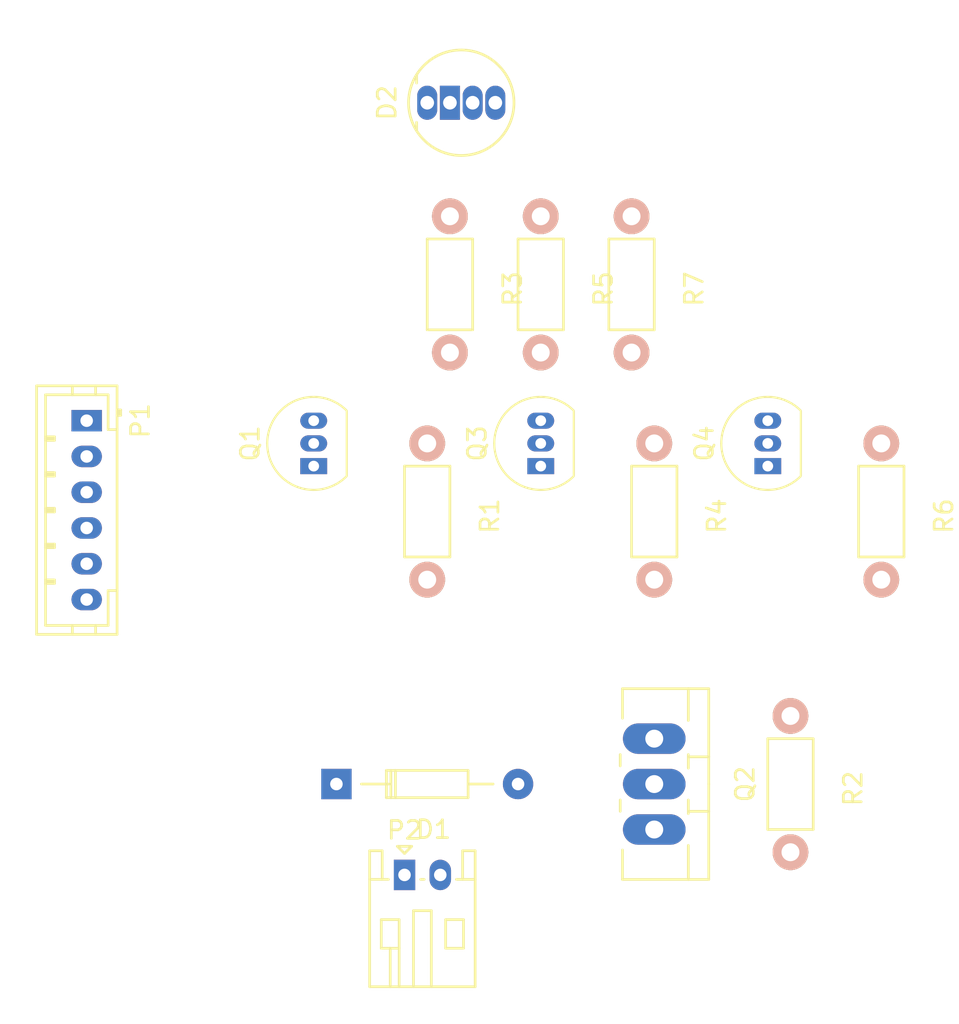
<source format=kicad_pcb>
(kicad_pcb (version 4) (host pcbnew 4.0.5)

  (general
    (links 24)
    (no_connects 24)
    (area 0 0 0 0)
    (thickness 1.6)
    (drawings 0)
    (tracks 0)
    (zones 0)
    (modules 15)
    (nets 17)
  )

  (page A4)
  (layers
    (0 F.Cu signal)
    (31 B.Cu signal)
    (32 B.Adhes user)
    (33 F.Adhes user)
    (34 B.Paste user)
    (35 F.Paste user)
    (36 B.SilkS user)
    (37 F.SilkS user)
    (38 B.Mask user)
    (39 F.Mask user)
    (40 Dwgs.User user)
    (41 Cmts.User user)
    (42 Eco1.User user)
    (43 Eco2.User user)
    (44 Edge.Cuts user)
    (45 Margin user)
    (46 B.CrtYd user)
    (47 F.CrtYd user)
    (48 B.Fab user)
    (49 F.Fab user)
  )

  (setup
    (last_trace_width 0.25)
    (trace_clearance 0.2)
    (zone_clearance 0.508)
    (zone_45_only no)
    (trace_min 0.2)
    (segment_width 0.2)
    (edge_width 0.1)
    (via_size 0.6)
    (via_drill 0.4)
    (via_min_size 0.4)
    (via_min_drill 0.3)
    (uvia_size 0.3)
    (uvia_drill 0.1)
    (uvias_allowed no)
    (uvia_min_size 0.2)
    (uvia_min_drill 0.1)
    (pcb_text_width 0.3)
    (pcb_text_size 1.5 1.5)
    (mod_edge_width 0.15)
    (mod_text_size 1 1)
    (mod_text_width 0.15)
    (pad_size 1.5 1.5)
    (pad_drill 0.6)
    (pad_to_mask_clearance 0)
    (aux_axis_origin 0 0)
    (visible_elements FFFFFF7F)
    (pcbplotparams
      (layerselection 0x00030_80000001)
      (usegerberextensions false)
      (excludeedgelayer true)
      (linewidth 0.100000)
      (plotframeref false)
      (viasonmask false)
      (mode 1)
      (useauxorigin false)
      (hpglpennumber 1)
      (hpglpenspeed 20)
      (hpglpendiameter 15)
      (hpglpenoverlay 2)
      (psnegative false)
      (psa4output false)
      (plotreference true)
      (plotvalue true)
      (plotinvisibletext false)
      (padsonsilk false)
      (subtractmaskfromsilk false)
      (outputformat 1)
      (mirror false)
      (drillshape 1)
      (scaleselection 1)
      (outputdirectory ""))
  )

  (net 0 "")
  (net 1 "Net-(D1-Pad2)")
  (net 2 +5V)
  (net 3 "Net-(D2-Pad2)")
  (net 4 "Net-(D2-Pad3)")
  (net 5 "Net-(D2-Pad4)")
  (net 6 GND)
  (net 7 /R_LED_1)
  (net 8 /G_LED_1)
  (net 9 /B_LED_1)
  (net 10 /SOL_1)
  (net 11 "Net-(Q1-Pad2)")
  (net 12 "Net-(Q1-Pad3)")
  (net 13 "Net-(Q3-Pad2)")
  (net 14 "Net-(Q3-Pad3)")
  (net 15 "Net-(Q4-Pad2)")
  (net 16 "Net-(Q4-Pad3)")

  (net_class Default "This is the default net class."
    (clearance 0.2)
    (trace_width 0.25)
    (via_dia 0.6)
    (via_drill 0.4)
    (uvia_dia 0.3)
    (uvia_drill 0.1)
    (add_net +5V)
    (add_net /B_LED_1)
    (add_net /G_LED_1)
    (add_net /R_LED_1)
    (add_net /SOL_1)
    (add_net GND)
    (add_net "Net-(D1-Pad2)")
    (add_net "Net-(D2-Pad2)")
    (add_net "Net-(D2-Pad3)")
    (add_net "Net-(D2-Pad4)")
    (add_net "Net-(Q1-Pad2)")
    (add_net "Net-(Q1-Pad3)")
    (add_net "Net-(Q3-Pad2)")
    (add_net "Net-(Q3-Pad3)")
    (add_net "Net-(Q4-Pad2)")
    (add_net "Net-(Q4-Pad3)")
  )

  (module Diodes_THT:Diode_DO-35_SOD27_Horizontal_RM10 (layer F.Cu) (tedit 552FFC30) (tstamp 5871B4FB)
    (at 135.89 123.19)
    (descr "Diode, DO-35,  SOD27, Horizontal, RM 10mm")
    (tags "Diode, DO-35, SOD27, Horizontal, RM 10mm, 1N4148,")
    (path /5865CD1F)
    (fp_text reference D1 (at 5.43052 2.53746) (layer F.SilkS)
      (effects (font (size 1 1) (thickness 0.15)))
    )
    (fp_text value 1N4001 (at 4.41452 -3.55854) (layer F.Fab)
      (effects (font (size 1 1) (thickness 0.15)))
    )
    (fp_line (start 7.36652 -0.00254) (end 8.76352 -0.00254) (layer F.SilkS) (width 0.15))
    (fp_line (start 2.92152 -0.00254) (end 1.39752 -0.00254) (layer F.SilkS) (width 0.15))
    (fp_line (start 3.30252 -0.76454) (end 3.30252 0.75946) (layer F.SilkS) (width 0.15))
    (fp_line (start 3.04852 -0.76454) (end 3.04852 0.75946) (layer F.SilkS) (width 0.15))
    (fp_line (start 2.79452 -0.00254) (end 2.79452 0.75946) (layer F.SilkS) (width 0.15))
    (fp_line (start 2.79452 0.75946) (end 7.36652 0.75946) (layer F.SilkS) (width 0.15))
    (fp_line (start 7.36652 0.75946) (end 7.36652 -0.76454) (layer F.SilkS) (width 0.15))
    (fp_line (start 7.36652 -0.76454) (end 2.79452 -0.76454) (layer F.SilkS) (width 0.15))
    (fp_line (start 2.79452 -0.76454) (end 2.79452 -0.00254) (layer F.SilkS) (width 0.15))
    (pad 2 thru_hole circle (at 10.16052 -0.00254 180) (size 1.69926 1.69926) (drill 0.70104) (layers *.Cu *.Mask)
      (net 1 "Net-(D1-Pad2)"))
    (pad 1 thru_hole rect (at 0.00052 -0.00254 180) (size 1.69926 1.69926) (drill 0.70104) (layers *.Cu *.Mask)
      (net 2 +5V))
    (model Diodes_ThroughHole.3dshapes/Diode_DO-35_SOD27_Horizontal_RM10.wrl
      (at (xyz 0.2 0 0))
      (scale (xyz 0.4 0.4 0.4))
      (rotate (xyz 0 0 180))
    )
  )

  (module LEDs:LED-RGB-5MM_Common_Cathode (layer F.Cu) (tedit 55A0859C) (tstamp 5871B507)
    (at 140.97 85.09 90)
    (descr "5mm common cathode RGB LED")
    (tags "RGB LED 5mm Common Cathode")
    (path /5865AF3E)
    (fp_text reference D2 (at 0 -2.25 90) (layer F.SilkS)
      (effects (font (size 1 1) (thickness 0.15)))
    )
    (fp_text value FD-5WSRGB-A (at 0 6.25 90) (layer F.Fab)
      (effects (font (size 1 1) (thickness 0.15)))
    )
    (fp_circle (center 0 1.905) (end 3.2 1.905) (layer F.CrtYd) (width 0.05))
    (fp_line (start -1.1 -0.595) (end -1.55 -0.595) (layer F.SilkS) (width 0.15))
    (fp_circle (center 0 1.905) (end 2.95 1.905) (layer F.SilkS) (width 0.15))
    (fp_line (start 1.1 -0.595) (end 1.55 -0.595) (layer F.SilkS) (width 0.15))
    (pad 1 thru_hole oval (at 0 0 90) (size 1.905 1.1176) (drill 0.762) (layers *.Cu *.Mask)
      (net 2 +5V))
    (pad 2 thru_hole rect (at 0 1.27 90) (size 1.905 1.1176) (drill 0.762) (layers *.Cu *.Mask)
      (net 3 "Net-(D2-Pad2)"))
    (pad 3 thru_hole oval (at 0 2.54 90) (size 1.905 1.1176) (drill 0.762) (layers *.Cu *.Mask)
      (net 4 "Net-(D2-Pad3)"))
    (pad 4 thru_hole oval (at 0 3.81 90) (size 1.905 1.1176) (drill 0.762) (layers *.Cu *.Mask)
      (net 5 "Net-(D2-Pad4)"))
  )

  (module Connectors_JST:JST_PH_B6B-PH-K_06x2.00mm_Straight (layer F.Cu) (tedit 56B07786) (tstamp 5871B53C)
    (at 121.92 102.87 270)
    (descr http://www.jst-mfg.com/product/pdf/eng/ePH.pdf)
    (tags "connector jst ph")
    (path /58715782)
    (fp_text reference P1 (at 0 -3 270) (layer F.SilkS)
      (effects (font (size 1 1) (thickness 0.15)))
    )
    (fp_text value "B6B-PH-K-S(LF)(SN)" (at 5 4 270) (layer F.Fab)
      (effects (font (size 1 1) (thickness 0.15)))
    )
    (fp_line (start -1.95 2.8) (end -1.95 -1.7) (layer F.SilkS) (width 0.15))
    (fp_line (start -1.95 -1.7) (end 11.95 -1.7) (layer F.SilkS) (width 0.15))
    (fp_line (start 11.95 -1.7) (end 11.95 2.8) (layer F.SilkS) (width 0.15))
    (fp_line (start 11.95 2.8) (end -1.95 2.8) (layer F.SilkS) (width 0.15))
    (fp_line (start 0.5 -1.7) (end 0.5 -1.2) (layer F.SilkS) (width 0.15))
    (fp_line (start 0.5 -1.2) (end -1.45 -1.2) (layer F.SilkS) (width 0.15))
    (fp_line (start -1.45 -1.2) (end -1.45 2.3) (layer F.SilkS) (width 0.15))
    (fp_line (start -1.45 2.3) (end 11.45 2.3) (layer F.SilkS) (width 0.15))
    (fp_line (start 11.45 2.3) (end 11.45 -1.2) (layer F.SilkS) (width 0.15))
    (fp_line (start 11.45 -1.2) (end 9.5 -1.2) (layer F.SilkS) (width 0.15))
    (fp_line (start 9.5 -1.2) (end 9.5 -1.7) (layer F.SilkS) (width 0.15))
    (fp_line (start -1.95 -0.5) (end -1.45 -0.5) (layer F.SilkS) (width 0.15))
    (fp_line (start -1.95 0.8) (end -1.45 0.8) (layer F.SilkS) (width 0.15))
    (fp_line (start 11.45 -0.5) (end 11.95 -0.5) (layer F.SilkS) (width 0.15))
    (fp_line (start 11.45 0.8) (end 11.95 0.8) (layer F.SilkS) (width 0.15))
    (fp_line (start -0.3 -1.7) (end -0.3 -1.9) (layer F.SilkS) (width 0.15))
    (fp_line (start -0.3 -1.9) (end -0.6 -1.9) (layer F.SilkS) (width 0.15))
    (fp_line (start -0.6 -1.9) (end -0.6 -1.7) (layer F.SilkS) (width 0.15))
    (fp_line (start -0.3 -1.8) (end -0.6 -1.8) (layer F.SilkS) (width 0.15))
    (fp_line (start 0.9 2.3) (end 0.9 1.8) (layer F.SilkS) (width 0.15))
    (fp_line (start 0.9 1.8) (end 1.1 1.8) (layer F.SilkS) (width 0.15))
    (fp_line (start 1.1 1.8) (end 1.1 2.3) (layer F.SilkS) (width 0.15))
    (fp_line (start 1 2.3) (end 1 1.8) (layer F.SilkS) (width 0.15))
    (fp_line (start 2.9 2.3) (end 2.9 1.8) (layer F.SilkS) (width 0.15))
    (fp_line (start 2.9 1.8) (end 3.1 1.8) (layer F.SilkS) (width 0.15))
    (fp_line (start 3.1 1.8) (end 3.1 2.3) (layer F.SilkS) (width 0.15))
    (fp_line (start 3 2.3) (end 3 1.8) (layer F.SilkS) (width 0.15))
    (fp_line (start 4.9 2.3) (end 4.9 1.8) (layer F.SilkS) (width 0.15))
    (fp_line (start 4.9 1.8) (end 5.1 1.8) (layer F.SilkS) (width 0.15))
    (fp_line (start 5.1 1.8) (end 5.1 2.3) (layer F.SilkS) (width 0.15))
    (fp_line (start 5 2.3) (end 5 1.8) (layer F.SilkS) (width 0.15))
    (fp_line (start 6.9 2.3) (end 6.9 1.8) (layer F.SilkS) (width 0.15))
    (fp_line (start 6.9 1.8) (end 7.1 1.8) (layer F.SilkS) (width 0.15))
    (fp_line (start 7.1 1.8) (end 7.1 2.3) (layer F.SilkS) (width 0.15))
    (fp_line (start 7 2.3) (end 7 1.8) (layer F.SilkS) (width 0.15))
    (fp_line (start 8.9 2.3) (end 8.9 1.8) (layer F.SilkS) (width 0.15))
    (fp_line (start 8.9 1.8) (end 9.1 1.8) (layer F.SilkS) (width 0.15))
    (fp_line (start 9.1 1.8) (end 9.1 2.3) (layer F.SilkS) (width 0.15))
    (fp_line (start 9 2.3) (end 9 1.8) (layer F.SilkS) (width 0.15))
    (fp_line (start -2.45 3.3) (end -2.45 -2.2) (layer F.CrtYd) (width 0.05))
    (fp_line (start -2.45 -2.2) (end 12.45 -2.2) (layer F.CrtYd) (width 0.05))
    (fp_line (start 12.45 -2.2) (end 12.45 3.3) (layer F.CrtYd) (width 0.05))
    (fp_line (start 12.45 3.3) (end -2.45 3.3) (layer F.CrtYd) (width 0.05))
    (pad 1 thru_hole rect (at 0 0 270) (size 1.2 1.7) (drill 0.7) (layers *.Cu *.Mask)
      (net 6 GND))
    (pad 2 thru_hole oval (at 2 0 270) (size 1.2 1.7) (drill 0.7) (layers *.Cu *.Mask)
      (net 2 +5V))
    (pad 3 thru_hole oval (at 4 0 270) (size 1.2 1.7) (drill 0.7) (layers *.Cu *.Mask)
      (net 7 /R_LED_1))
    (pad 4 thru_hole oval (at 6 0 270) (size 1.2 1.7) (drill 0.7) (layers *.Cu *.Mask)
      (net 8 /G_LED_1))
    (pad 5 thru_hole oval (at 8 0 270) (size 1.2 1.7) (drill 0.7) (layers *.Cu *.Mask)
      (net 9 /B_LED_1))
    (pad 6 thru_hole oval (at 10 0 270) (size 1.2 1.7) (drill 0.7) (layers *.Cu *.Mask)
      (net 10 /SOL_1))
  )

  (module Connectors_JST:JST_PH_S2B-PH-K_02x2.00mm_Angled (layer F.Cu) (tedit 56B07786) (tstamp 5871B562)
    (at 139.7 128.27)
    (descr http://www.jst-mfg.com/product/pdf/eng/ePH.pdf)
    (tags "connector jst ph")
    (path /58714C09)
    (fp_text reference P2 (at 0 -2.5) (layer F.SilkS)
      (effects (font (size 1 1) (thickness 0.15)))
    )
    (fp_text value "S2B-PH-K-S(LF)(SN)" (at 1 7.5) (layer F.Fab)
      (effects (font (size 1 1) (thickness 0.15)))
    )
    (fp_line (start 0.5 6.25) (end 0.5 2) (layer F.SilkS) (width 0.15))
    (fp_line (start 0.5 2) (end 1.5 2) (layer F.SilkS) (width 0.15))
    (fp_line (start 1.5 2) (end 1.5 6.25) (layer F.SilkS) (width 0.15))
    (fp_line (start -0.9 0.25) (end -1.25 0.25) (layer F.SilkS) (width 0.15))
    (fp_line (start -1.25 0.25) (end -1.25 -1.35) (layer F.SilkS) (width 0.15))
    (fp_line (start -1.25 -1.35) (end -1.95 -1.35) (layer F.SilkS) (width 0.15))
    (fp_line (start -1.95 -1.35) (end -1.95 6.25) (layer F.SilkS) (width 0.15))
    (fp_line (start -1.95 6.25) (end 3.95 6.25) (layer F.SilkS) (width 0.15))
    (fp_line (start 3.95 6.25) (end 3.95 -1.35) (layer F.SilkS) (width 0.15))
    (fp_line (start 3.95 -1.35) (end 3.25 -1.35) (layer F.SilkS) (width 0.15))
    (fp_line (start 3.25 -1.35) (end 3.25 0.25) (layer F.SilkS) (width 0.15))
    (fp_line (start 3.25 0.25) (end 2.9 0.25) (layer F.SilkS) (width 0.15))
    (fp_line (start 0 -1.2) (end -0.4 -1.6) (layer F.SilkS) (width 0.15))
    (fp_line (start -0.4 -1.6) (end 0.4 -1.6) (layer F.SilkS) (width 0.15))
    (fp_line (start 0.4 -1.6) (end 0 -1.2) (layer F.SilkS) (width 0.15))
    (fp_line (start -1.95 0.25) (end -1.25 0.25) (layer F.SilkS) (width 0.15))
    (fp_line (start 3.95 0.25) (end 3.25 0.25) (layer F.SilkS) (width 0.15))
    (fp_line (start -1.3 2.5) (end -1.3 4.1) (layer F.SilkS) (width 0.15))
    (fp_line (start -1.3 4.1) (end -0.3 4.1) (layer F.SilkS) (width 0.15))
    (fp_line (start -0.3 4.1) (end -0.3 2.5) (layer F.SilkS) (width 0.15))
    (fp_line (start -0.3 2.5) (end -1.3 2.5) (layer F.SilkS) (width 0.15))
    (fp_line (start 3.3 2.5) (end 3.3 4.1) (layer F.SilkS) (width 0.15))
    (fp_line (start 3.3 4.1) (end 2.3 4.1) (layer F.SilkS) (width 0.15))
    (fp_line (start 2.3 4.1) (end 2.3 2.5) (layer F.SilkS) (width 0.15))
    (fp_line (start 2.3 2.5) (end 3.3 2.5) (layer F.SilkS) (width 0.15))
    (fp_line (start -0.3 4.1) (end -0.3 6.25) (layer F.SilkS) (width 0.15))
    (fp_line (start -0.8 4.1) (end -0.8 6.25) (layer F.SilkS) (width 0.15))
    (fp_line (start 0.9 0.25) (end 1.1 0.25) (layer F.SilkS) (width 0.15))
    (fp_line (start -2.45 6.75) (end -2.45 -1.85) (layer F.CrtYd) (width 0.05))
    (fp_line (start -2.45 -1.85) (end 4.45 -1.85) (layer F.CrtYd) (width 0.05))
    (fp_line (start 4.45 -1.85) (end 4.45 6.75) (layer F.CrtYd) (width 0.05))
    (fp_line (start 4.45 6.75) (end -2.45 6.75) (layer F.CrtYd) (width 0.05))
    (pad 1 thru_hole rect (at 0 0) (size 1.2 1.7) (drill 0.7) (layers *.Cu *.Mask)
      (net 2 +5V))
    (pad 2 thru_hole oval (at 2 0) (size 1.2 1.7) (drill 0.7) (layers *.Cu *.Mask)
      (net 1 "Net-(D1-Pad2)"))
  )

  (module TO_SOT_Packages_THT:TO-92_Inline_Narrow_Oval (layer F.Cu) (tedit 58610929) (tstamp 5871B573)
    (at 134.62 105.41 90)
    (descr "TO-92 leads in-line, narrow, oval pads, drill 0.6mm (see NXP sot054_po.pdf)")
    (tags "to-92 sc-43 sc-43a sot54 PA33 transistor")
    (path /58713831)
    (fp_text reference Q1 (at 1.27 -3.556 90) (layer F.SilkS)
      (effects (font (size 1 1) (thickness 0.15)))
    )
    (fp_text value PN2222A (at 1.27 2.794 90) (layer F.Fab)
      (effects (font (size 1 1) (thickness 0.15)))
    )
    (fp_line (start -1.65 -2.9) (end 4.15 -2.9) (layer F.CrtYd) (width 0.05))
    (fp_line (start 4.15 -2.9) (end 4.15 2.2) (layer F.CrtYd) (width 0.05))
    (fp_line (start 4.15 2.2) (end -1.65 2.2) (layer F.CrtYd) (width 0.05))
    (fp_line (start -1.65 2.2) (end -1.65 -2.9) (layer F.CrtYd) (width 0.05))
    (fp_line (start -0.53 1.85) (end 3.07 1.85) (layer F.SilkS) (width 0.12))
    (fp_line (start -0.5 1.75) (end 3 1.75) (layer F.Fab) (width 0.1))
    (fp_arc (start 1.27 0) (end 1.27 -2.48) (angle 135) (layer F.Fab) (width 0.1))
    (fp_arc (start 1.27 0) (end 1.27 -2.6) (angle -135) (layer F.SilkS) (width 0.12))
    (fp_arc (start 1.27 0) (end 1.27 -2.48) (angle -135) (layer F.Fab) (width 0.1))
    (fp_arc (start 1.27 0) (end 1.27 -2.6) (angle 135) (layer F.SilkS) (width 0.12))
    (pad 2 thru_hole oval (at 1.27 0 270) (size 0.89916 1.50114) (drill 0.6) (layers *.Cu *.Mask)
      (net 11 "Net-(Q1-Pad2)"))
    (pad 3 thru_hole oval (at 2.54 0 270) (size 0.89916 1.50114) (drill 0.6) (layers *.Cu *.Mask)
      (net 12 "Net-(Q1-Pad3)"))
    (pad 1 thru_hole rect (at 0 0 270) (size 0.89916 1.50114) (drill 0.6) (layers *.Cu *.Mask)
      (net 6 GND))
    (model TO_SOT_Packages_THT.3dshapes/TO-92_Inline_Narrow_Oval.wrl
      (at (xyz 0.05 0 0))
      (scale (xyz 1 1 1))
      (rotate (xyz 0 0 -90))
    )
  )

  (module TO_SOT_Packages_THT:TO-220_Neutral123_Vertical_LargePads (layer F.Cu) (tedit 0) (tstamp 5871B58B)
    (at 153.67 123.19 270)
    (descr "TO-220, Neutral, Vertical, Large Pads,")
    (tags "TO-220, Neutral, Vertical, Large Pads,")
    (path /587140DC)
    (fp_text reference Q2 (at 0 -5.08 270) (layer F.SilkS)
      (effects (font (size 1 1) (thickness 0.15)))
    )
    (fp_text value IRLB8721PBF (at 0 3.81 270) (layer F.Fab)
      (effects (font (size 1 1) (thickness 0.15)))
    )
    (fp_line (start 5.334 -1.905) (end 3.429 -1.905) (layer F.SilkS) (width 0.15))
    (fp_line (start 0.889 -1.905) (end 1.651 -1.905) (layer F.SilkS) (width 0.15))
    (fp_line (start -1.524 -1.905) (end -1.651 -1.905) (layer F.SilkS) (width 0.15))
    (fp_line (start -1.524 -1.905) (end -0.889 -1.905) (layer F.SilkS) (width 0.15))
    (fp_line (start -5.334 -1.905) (end -3.556 -1.905) (layer F.SilkS) (width 0.15))
    (fp_line (start -5.334 1.778) (end -3.683 1.778) (layer F.SilkS) (width 0.15))
    (fp_line (start -1.016 1.905) (end -1.651 1.905) (layer F.SilkS) (width 0.15))
    (fp_line (start 1.524 1.905) (end 0.889 1.905) (layer F.SilkS) (width 0.15))
    (fp_line (start 5.334 1.778) (end 3.683 1.778) (layer F.SilkS) (width 0.15))
    (fp_line (start -1.524 -3.048) (end -1.524 -1.905) (layer F.SilkS) (width 0.15))
    (fp_line (start 1.524 -3.048) (end 1.524 -1.905) (layer F.SilkS) (width 0.15))
    (fp_line (start 5.334 -1.905) (end 5.334 1.778) (layer F.SilkS) (width 0.15))
    (fp_line (start -5.334 1.778) (end -5.334 -1.905) (layer F.SilkS) (width 0.15))
    (fp_line (start 5.334 -3.048) (end 5.334 -1.905) (layer F.SilkS) (width 0.15))
    (fp_line (start -5.334 -1.905) (end -5.334 -3.048) (layer F.SilkS) (width 0.15))
    (fp_line (start 0 -3.048) (end -5.334 -3.048) (layer F.SilkS) (width 0.15))
    (fp_line (start 0 -3.048) (end 5.334 -3.048) (layer F.SilkS) (width 0.15))
    (pad 2 thru_hole oval (at 0 0) (size 3.50012 1.69926) (drill 1.00076) (layers *.Cu *.Mask)
      (net 1 "Net-(D1-Pad2)"))
    (pad 1 thru_hole oval (at -2.54 0) (size 3.50012 1.69926) (drill 1.00076) (layers *.Cu *.Mask)
      (net 10 /SOL_1))
    (pad 3 thru_hole oval (at 2.54 0) (size 3.50012 1.69926) (drill 1.00076) (layers *.Cu *.Mask)
      (net 6 GND))
    (model TO_SOT_Packages_THT.3dshapes/TO-220_Neutral123_Vertical_LargePads.wrl
      (at (xyz 0 0 0))
      (scale (xyz 0.3937 0.3937 0.3937))
      (rotate (xyz 0 0 0))
    )
  )

  (module TO_SOT_Packages_THT:TO-92_Inline_Narrow_Oval (layer F.Cu) (tedit 58610929) (tstamp 5871B59C)
    (at 147.32 105.41 90)
    (descr "TO-92 leads in-line, narrow, oval pads, drill 0.6mm (see NXP sot054_po.pdf)")
    (tags "to-92 sc-43 sc-43a sot54 PA33 transistor")
    (path /58713A65)
    (fp_text reference Q3 (at 1.27 -3.556 90) (layer F.SilkS)
      (effects (font (size 1 1) (thickness 0.15)))
    )
    (fp_text value PN2222A (at 1.27 2.794 90) (layer F.Fab)
      (effects (font (size 1 1) (thickness 0.15)))
    )
    (fp_line (start -1.65 -2.9) (end 4.15 -2.9) (layer F.CrtYd) (width 0.05))
    (fp_line (start 4.15 -2.9) (end 4.15 2.2) (layer F.CrtYd) (width 0.05))
    (fp_line (start 4.15 2.2) (end -1.65 2.2) (layer F.CrtYd) (width 0.05))
    (fp_line (start -1.65 2.2) (end -1.65 -2.9) (layer F.CrtYd) (width 0.05))
    (fp_line (start -0.53 1.85) (end 3.07 1.85) (layer F.SilkS) (width 0.12))
    (fp_line (start -0.5 1.75) (end 3 1.75) (layer F.Fab) (width 0.1))
    (fp_arc (start 1.27 0) (end 1.27 -2.48) (angle 135) (layer F.Fab) (width 0.1))
    (fp_arc (start 1.27 0) (end 1.27 -2.6) (angle -135) (layer F.SilkS) (width 0.12))
    (fp_arc (start 1.27 0) (end 1.27 -2.48) (angle -135) (layer F.Fab) (width 0.1))
    (fp_arc (start 1.27 0) (end 1.27 -2.6) (angle 135) (layer F.SilkS) (width 0.12))
    (pad 2 thru_hole oval (at 1.27 0 270) (size 0.89916 1.50114) (drill 0.6) (layers *.Cu *.Mask)
      (net 13 "Net-(Q3-Pad2)"))
    (pad 3 thru_hole oval (at 2.54 0 270) (size 0.89916 1.50114) (drill 0.6) (layers *.Cu *.Mask)
      (net 14 "Net-(Q3-Pad3)"))
    (pad 1 thru_hole rect (at 0 0 270) (size 0.89916 1.50114) (drill 0.6) (layers *.Cu *.Mask)
      (net 6 GND))
    (model TO_SOT_Packages_THT.3dshapes/TO-92_Inline_Narrow_Oval.wrl
      (at (xyz 0.05 0 0))
      (scale (xyz 1 1 1))
      (rotate (xyz 0 0 -90))
    )
  )

  (module TO_SOT_Packages_THT:TO-92_Inline_Narrow_Oval (layer F.Cu) (tedit 58610929) (tstamp 5871B5AD)
    (at 160.02 105.41 90)
    (descr "TO-92 leads in-line, narrow, oval pads, drill 0.6mm (see NXP sot054_po.pdf)")
    (tags "to-92 sc-43 sc-43a sot54 PA33 transistor")
    (path /58713ADE)
    (fp_text reference Q4 (at 1.27 -3.556 90) (layer F.SilkS)
      (effects (font (size 1 1) (thickness 0.15)))
    )
    (fp_text value PN2222A (at 1.27 2.794 90) (layer F.Fab)
      (effects (font (size 1 1) (thickness 0.15)))
    )
    (fp_line (start -1.65 -2.9) (end 4.15 -2.9) (layer F.CrtYd) (width 0.05))
    (fp_line (start 4.15 -2.9) (end 4.15 2.2) (layer F.CrtYd) (width 0.05))
    (fp_line (start 4.15 2.2) (end -1.65 2.2) (layer F.CrtYd) (width 0.05))
    (fp_line (start -1.65 2.2) (end -1.65 -2.9) (layer F.CrtYd) (width 0.05))
    (fp_line (start -0.53 1.85) (end 3.07 1.85) (layer F.SilkS) (width 0.12))
    (fp_line (start -0.5 1.75) (end 3 1.75) (layer F.Fab) (width 0.1))
    (fp_arc (start 1.27 0) (end 1.27 -2.48) (angle 135) (layer F.Fab) (width 0.1))
    (fp_arc (start 1.27 0) (end 1.27 -2.6) (angle -135) (layer F.SilkS) (width 0.12))
    (fp_arc (start 1.27 0) (end 1.27 -2.48) (angle -135) (layer F.Fab) (width 0.1))
    (fp_arc (start 1.27 0) (end 1.27 -2.6) (angle 135) (layer F.SilkS) (width 0.12))
    (pad 2 thru_hole oval (at 1.27 0 270) (size 0.89916 1.50114) (drill 0.6) (layers *.Cu *.Mask)
      (net 15 "Net-(Q4-Pad2)"))
    (pad 3 thru_hole oval (at 2.54 0 270) (size 0.89916 1.50114) (drill 0.6) (layers *.Cu *.Mask)
      (net 16 "Net-(Q4-Pad3)"))
    (pad 1 thru_hole rect (at 0 0 270) (size 0.89916 1.50114) (drill 0.6) (layers *.Cu *.Mask)
      (net 6 GND))
    (model TO_SOT_Packages_THT.3dshapes/TO-92_Inline_Narrow_Oval.wrl
      (at (xyz 0.05 0 0))
      (scale (xyz 1 1 1))
      (rotate (xyz 0 0 -90))
    )
  )

  (module Resistors_THT:Resistor_Horizontal_RM7mm (layer F.Cu) (tedit 569FCF07) (tstamp 5871B5BB)
    (at 140.97 104.14 270)
    (descr "Resistor, Axial,  RM 7.62mm, 1/3W,")
    (tags "Resistor Axial RM 7.62mm 1/3W R3")
    (path /5865B13E)
    (fp_text reference R1 (at 4.05892 -3.50012 270) (layer F.SilkS)
      (effects (font (size 1 1) (thickness 0.15)))
    )
    (fp_text value 2.7K (at 3.81 3.81 270) (layer F.Fab)
      (effects (font (size 1 1) (thickness 0.15)))
    )
    (fp_line (start -1.25 -1.5) (end 8.85 -1.5) (layer F.CrtYd) (width 0.05))
    (fp_line (start -1.25 1.5) (end -1.25 -1.5) (layer F.CrtYd) (width 0.05))
    (fp_line (start 8.85 -1.5) (end 8.85 1.5) (layer F.CrtYd) (width 0.05))
    (fp_line (start -1.25 1.5) (end 8.85 1.5) (layer F.CrtYd) (width 0.05))
    (fp_line (start 1.27 -1.27) (end 6.35 -1.27) (layer F.SilkS) (width 0.15))
    (fp_line (start 6.35 -1.27) (end 6.35 1.27) (layer F.SilkS) (width 0.15))
    (fp_line (start 6.35 1.27) (end 1.27 1.27) (layer F.SilkS) (width 0.15))
    (fp_line (start 1.27 1.27) (end 1.27 -1.27) (layer F.SilkS) (width 0.15))
    (pad 1 thru_hole circle (at 0 0 270) (size 1.99898 1.99898) (drill 1.00076) (layers *.Cu *.SilkS *.Mask)
      (net 11 "Net-(Q1-Pad2)"))
    (pad 2 thru_hole circle (at 7.62 0 270) (size 1.99898 1.99898) (drill 1.00076) (layers *.Cu *.SilkS *.Mask)
      (net 7 /R_LED_1))
  )

  (module Resistors_THT:Resistor_Horizontal_RM7mm (layer F.Cu) (tedit 569FCF07) (tstamp 5871B5C9)
    (at 161.29 119.38 270)
    (descr "Resistor, Axial,  RM 7.62mm, 1/3W,")
    (tags "Resistor Axial RM 7.62mm 1/3W R3")
    (path /5865CE59)
    (fp_text reference R2 (at 4.05892 -3.50012 270) (layer F.SilkS)
      (effects (font (size 1 1) (thickness 0.15)))
    )
    (fp_text value 10k (at 3.81 3.81 270) (layer F.Fab)
      (effects (font (size 1 1) (thickness 0.15)))
    )
    (fp_line (start -1.25 -1.5) (end 8.85 -1.5) (layer F.CrtYd) (width 0.05))
    (fp_line (start -1.25 1.5) (end -1.25 -1.5) (layer F.CrtYd) (width 0.05))
    (fp_line (start 8.85 -1.5) (end 8.85 1.5) (layer F.CrtYd) (width 0.05))
    (fp_line (start -1.25 1.5) (end 8.85 1.5) (layer F.CrtYd) (width 0.05))
    (fp_line (start 1.27 -1.27) (end 6.35 -1.27) (layer F.SilkS) (width 0.15))
    (fp_line (start 6.35 -1.27) (end 6.35 1.27) (layer F.SilkS) (width 0.15))
    (fp_line (start 6.35 1.27) (end 1.27 1.27) (layer F.SilkS) (width 0.15))
    (fp_line (start 1.27 1.27) (end 1.27 -1.27) (layer F.SilkS) (width 0.15))
    (pad 1 thru_hole circle (at 0 0 270) (size 1.99898 1.99898) (drill 1.00076) (layers *.Cu *.SilkS *.Mask)
      (net 10 /SOL_1))
    (pad 2 thru_hole circle (at 7.62 0 270) (size 1.99898 1.99898) (drill 1.00076) (layers *.Cu *.SilkS *.Mask)
      (net 6 GND))
  )

  (module Resistors_THT:Resistor_Horizontal_RM7mm (layer F.Cu) (tedit 569FCF07) (tstamp 5871B5D7)
    (at 142.24 91.44 270)
    (descr "Resistor, Axial,  RM 7.62mm, 1/3W,")
    (tags "Resistor Axial RM 7.62mm 1/3W R3")
    (path /5865AFE6)
    (fp_text reference R3 (at 4.05892 -3.50012 270) (layer F.SilkS)
      (effects (font (size 1 1) (thickness 0.15)))
    )
    (fp_text value 150 (at 3.81 3.81 270) (layer F.Fab)
      (effects (font (size 1 1) (thickness 0.15)))
    )
    (fp_line (start -1.25 -1.5) (end 8.85 -1.5) (layer F.CrtYd) (width 0.05))
    (fp_line (start -1.25 1.5) (end -1.25 -1.5) (layer F.CrtYd) (width 0.05))
    (fp_line (start 8.85 -1.5) (end 8.85 1.5) (layer F.CrtYd) (width 0.05))
    (fp_line (start -1.25 1.5) (end 8.85 1.5) (layer F.CrtYd) (width 0.05))
    (fp_line (start 1.27 -1.27) (end 6.35 -1.27) (layer F.SilkS) (width 0.15))
    (fp_line (start 6.35 -1.27) (end 6.35 1.27) (layer F.SilkS) (width 0.15))
    (fp_line (start 6.35 1.27) (end 1.27 1.27) (layer F.SilkS) (width 0.15))
    (fp_line (start 1.27 1.27) (end 1.27 -1.27) (layer F.SilkS) (width 0.15))
    (pad 1 thru_hole circle (at 0 0 270) (size 1.99898 1.99898) (drill 1.00076) (layers *.Cu *.SilkS *.Mask)
      (net 3 "Net-(D2-Pad2)"))
    (pad 2 thru_hole circle (at 7.62 0 270) (size 1.99898 1.99898) (drill 1.00076) (layers *.Cu *.SilkS *.Mask)
      (net 12 "Net-(Q1-Pad3)"))
  )

  (module Resistors_THT:Resistor_Horizontal_RM7mm (layer F.Cu) (tedit 569FCF07) (tstamp 5871B5E5)
    (at 153.67 104.14 270)
    (descr "Resistor, Axial,  RM 7.62mm, 1/3W,")
    (tags "Resistor Axial RM 7.62mm 1/3W R3")
    (path /5865BCF8)
    (fp_text reference R4 (at 4.05892 -3.50012 270) (layer F.SilkS)
      (effects (font (size 1 1) (thickness 0.15)))
    )
    (fp_text value 2.7K (at 3.81 3.81 270) (layer F.Fab)
      (effects (font (size 1 1) (thickness 0.15)))
    )
    (fp_line (start -1.25 -1.5) (end 8.85 -1.5) (layer F.CrtYd) (width 0.05))
    (fp_line (start -1.25 1.5) (end -1.25 -1.5) (layer F.CrtYd) (width 0.05))
    (fp_line (start 8.85 -1.5) (end 8.85 1.5) (layer F.CrtYd) (width 0.05))
    (fp_line (start -1.25 1.5) (end 8.85 1.5) (layer F.CrtYd) (width 0.05))
    (fp_line (start 1.27 -1.27) (end 6.35 -1.27) (layer F.SilkS) (width 0.15))
    (fp_line (start 6.35 -1.27) (end 6.35 1.27) (layer F.SilkS) (width 0.15))
    (fp_line (start 6.35 1.27) (end 1.27 1.27) (layer F.SilkS) (width 0.15))
    (fp_line (start 1.27 1.27) (end 1.27 -1.27) (layer F.SilkS) (width 0.15))
    (pad 1 thru_hole circle (at 0 0 270) (size 1.99898 1.99898) (drill 1.00076) (layers *.Cu *.SilkS *.Mask)
      (net 13 "Net-(Q3-Pad2)"))
    (pad 2 thru_hole circle (at 7.62 0 270) (size 1.99898 1.99898) (drill 1.00076) (layers *.Cu *.SilkS *.Mask)
      (net 8 /G_LED_1))
  )

  (module Resistors_THT:Resistor_Horizontal_RM7mm (layer F.Cu) (tedit 569FCF07) (tstamp 5871B5F3)
    (at 147.32 91.44 270)
    (descr "Resistor, Axial,  RM 7.62mm, 1/3W,")
    (tags "Resistor Axial RM 7.62mm 1/3W R3")
    (path /5865B02D)
    (fp_text reference R5 (at 4.05892 -3.50012 270) (layer F.SilkS)
      (effects (font (size 1 1) (thickness 0.15)))
    )
    (fp_text value 75 (at 3.81 3.81 270) (layer F.Fab)
      (effects (font (size 1 1) (thickness 0.15)))
    )
    (fp_line (start -1.25 -1.5) (end 8.85 -1.5) (layer F.CrtYd) (width 0.05))
    (fp_line (start -1.25 1.5) (end -1.25 -1.5) (layer F.CrtYd) (width 0.05))
    (fp_line (start 8.85 -1.5) (end 8.85 1.5) (layer F.CrtYd) (width 0.05))
    (fp_line (start -1.25 1.5) (end 8.85 1.5) (layer F.CrtYd) (width 0.05))
    (fp_line (start 1.27 -1.27) (end 6.35 -1.27) (layer F.SilkS) (width 0.15))
    (fp_line (start 6.35 -1.27) (end 6.35 1.27) (layer F.SilkS) (width 0.15))
    (fp_line (start 6.35 1.27) (end 1.27 1.27) (layer F.SilkS) (width 0.15))
    (fp_line (start 1.27 1.27) (end 1.27 -1.27) (layer F.SilkS) (width 0.15))
    (pad 1 thru_hole circle (at 0 0 270) (size 1.99898 1.99898) (drill 1.00076) (layers *.Cu *.SilkS *.Mask)
      (net 4 "Net-(D2-Pad3)"))
    (pad 2 thru_hole circle (at 7.62 0 270) (size 1.99898 1.99898) (drill 1.00076) (layers *.Cu *.SilkS *.Mask)
      (net 14 "Net-(Q3-Pad3)"))
  )

  (module Resistors_THT:Resistor_Horizontal_RM7mm (layer F.Cu) (tedit 569FCF07) (tstamp 5871B601)
    (at 166.37 104.14 270)
    (descr "Resistor, Axial,  RM 7.62mm, 1/3W,")
    (tags "Resistor Axial RM 7.62mm 1/3W R3")
    (path /5865BD26)
    (fp_text reference R6 (at 4.05892 -3.50012 270) (layer F.SilkS)
      (effects (font (size 1 1) (thickness 0.15)))
    )
    (fp_text value 2.7K (at 3.81 3.81 270) (layer F.Fab)
      (effects (font (size 1 1) (thickness 0.15)))
    )
    (fp_line (start -1.25 -1.5) (end 8.85 -1.5) (layer F.CrtYd) (width 0.05))
    (fp_line (start -1.25 1.5) (end -1.25 -1.5) (layer F.CrtYd) (width 0.05))
    (fp_line (start 8.85 -1.5) (end 8.85 1.5) (layer F.CrtYd) (width 0.05))
    (fp_line (start -1.25 1.5) (end 8.85 1.5) (layer F.CrtYd) (width 0.05))
    (fp_line (start 1.27 -1.27) (end 6.35 -1.27) (layer F.SilkS) (width 0.15))
    (fp_line (start 6.35 -1.27) (end 6.35 1.27) (layer F.SilkS) (width 0.15))
    (fp_line (start 6.35 1.27) (end 1.27 1.27) (layer F.SilkS) (width 0.15))
    (fp_line (start 1.27 1.27) (end 1.27 -1.27) (layer F.SilkS) (width 0.15))
    (pad 1 thru_hole circle (at 0 0 270) (size 1.99898 1.99898) (drill 1.00076) (layers *.Cu *.SilkS *.Mask)
      (net 15 "Net-(Q4-Pad2)"))
    (pad 2 thru_hole circle (at 7.62 0 270) (size 1.99898 1.99898) (drill 1.00076) (layers *.Cu *.SilkS *.Mask)
      (net 9 /B_LED_1))
  )

  (module Resistors_THT:Resistor_Horizontal_RM7mm (layer F.Cu) (tedit 569FCF07) (tstamp 5871B60F)
    (at 152.4 91.44 270)
    (descr "Resistor, Axial,  RM 7.62mm, 1/3W,")
    (tags "Resistor Axial RM 7.62mm 1/3W R3")
    (path /5865B0CC)
    (fp_text reference R7 (at 4.05892 -3.50012 270) (layer F.SilkS)
      (effects (font (size 1 1) (thickness 0.15)))
    )
    (fp_text value 75 (at 3.81 3.81 270) (layer F.Fab)
      (effects (font (size 1 1) (thickness 0.15)))
    )
    (fp_line (start -1.25 -1.5) (end 8.85 -1.5) (layer F.CrtYd) (width 0.05))
    (fp_line (start -1.25 1.5) (end -1.25 -1.5) (layer F.CrtYd) (width 0.05))
    (fp_line (start 8.85 -1.5) (end 8.85 1.5) (layer F.CrtYd) (width 0.05))
    (fp_line (start -1.25 1.5) (end 8.85 1.5) (layer F.CrtYd) (width 0.05))
    (fp_line (start 1.27 -1.27) (end 6.35 -1.27) (layer F.SilkS) (width 0.15))
    (fp_line (start 6.35 -1.27) (end 6.35 1.27) (layer F.SilkS) (width 0.15))
    (fp_line (start 6.35 1.27) (end 1.27 1.27) (layer F.SilkS) (width 0.15))
    (fp_line (start 1.27 1.27) (end 1.27 -1.27) (layer F.SilkS) (width 0.15))
    (pad 1 thru_hole circle (at 0 0 270) (size 1.99898 1.99898) (drill 1.00076) (layers *.Cu *.SilkS *.Mask)
      (net 5 "Net-(D2-Pad4)"))
    (pad 2 thru_hole circle (at 7.62 0 270) (size 1.99898 1.99898) (drill 1.00076) (layers *.Cu *.SilkS *.Mask)
      (net 16 "Net-(Q4-Pad3)"))
  )

)

</source>
